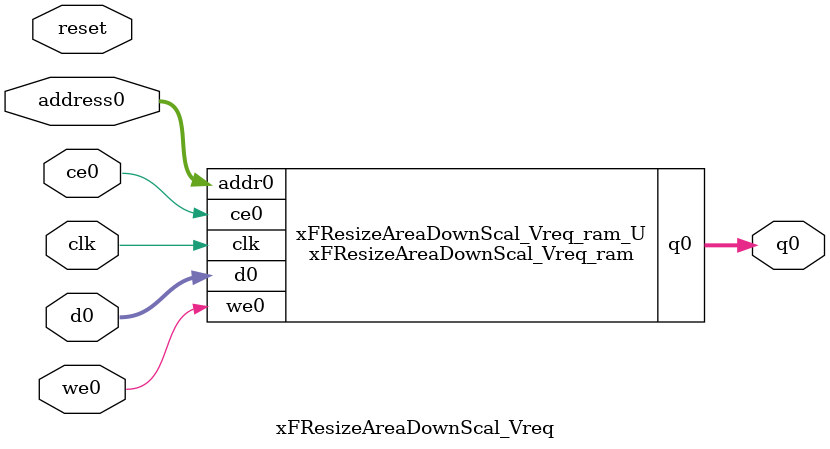
<source format=v>
`timescale 1 ns / 1 ps
module xFResizeAreaDownScal_Vreq_ram (addr0, ce0, d0, we0, q0,  clk);

parameter DWIDTH = 16;
parameter AWIDTH = 9;
parameter MEM_SIZE = 360;

input[AWIDTH-1:0] addr0;
input ce0;
input[DWIDTH-1:0] d0;
input we0;
output reg[DWIDTH-1:0] q0;
input clk;

(* ram_style = "block" *)reg [DWIDTH-1:0] ram[0:MEM_SIZE-1];




always @(posedge clk)  
begin 
    if (ce0) 
    begin
        if (we0) 
        begin 
            ram[addr0] <= d0; 
        end 
        q0 <= ram[addr0];
    end
end


endmodule

`timescale 1 ns / 1 ps
module xFResizeAreaDownScal_Vreq(
    reset,
    clk,
    address0,
    ce0,
    we0,
    d0,
    q0);

parameter DataWidth = 32'd16;
parameter AddressRange = 32'd360;
parameter AddressWidth = 32'd9;
input reset;
input clk;
input[AddressWidth - 1:0] address0;
input ce0;
input we0;
input[DataWidth - 1:0] d0;
output[DataWidth - 1:0] q0;



xFResizeAreaDownScal_Vreq_ram xFResizeAreaDownScal_Vreq_ram_U(
    .clk( clk ),
    .addr0( address0 ),
    .ce0( ce0 ),
    .we0( we0 ),
    .d0( d0 ),
    .q0( q0 ));

endmodule


</source>
